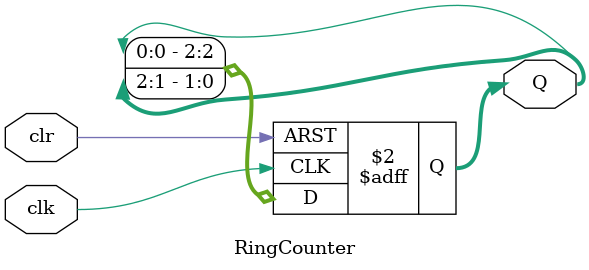
<source format=v>
module RingCounter(
  input wire clk,
  input wire clr,
  output reg [2:0] Q
);
  
  always@ (posedge clk or posedge clr)
    begin
      if (clr)
        Q <= 3'b001;
       else
         Q <= {Q[0], Q[2:1]};
     end 
         
endmodule
    
</source>
